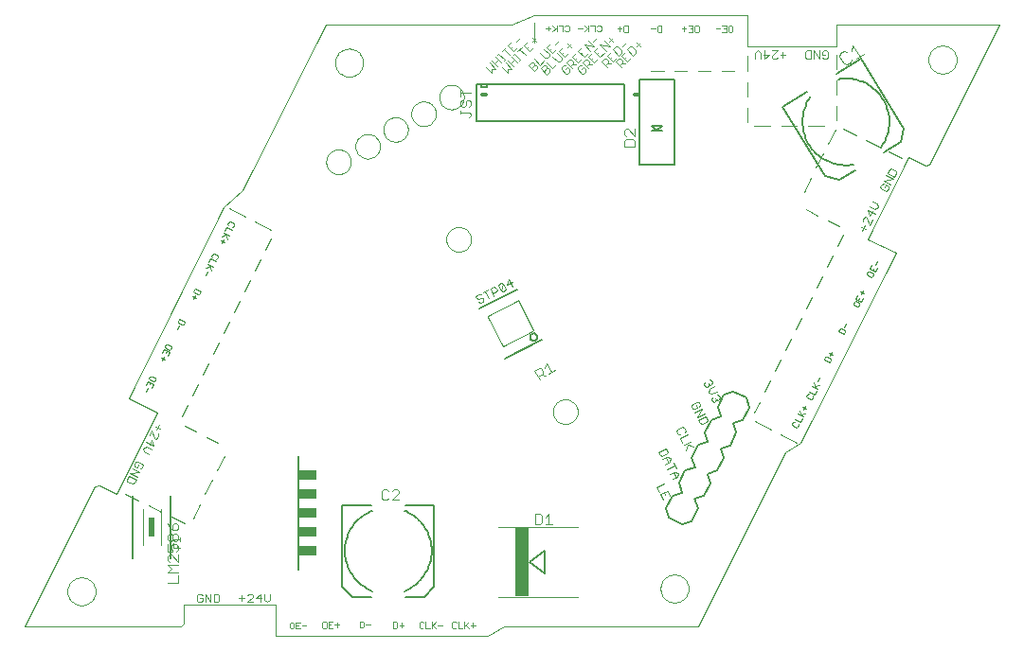
<source format=gto>
G75*
%MOIN*%
%OFA0B0*%
%FSLAX24Y24*%
%IPPOS*%
%LPD*%
%AMOC8*
5,1,8,0,0,1.08239X$1,22.5*
%
%ADD10C,0.0000*%
%ADD11C,0.0030*%
%ADD12C,0.0039*%
%ADD13C,0.0020*%
%ADD14C,0.0120*%
%ADD15C,0.0060*%
%ADD16C,0.0080*%
%ADD17C,0.0040*%
%ADD18R,0.0660X0.0380*%
%ADD19R,0.0492X0.2441*%
%ADD20C,0.0050*%
%ADD21C,0.0028*%
%ADD22R,0.0236X0.0709*%
%ADD23R,0.0236X0.0433*%
D10*
X001543Y001214D02*
X007057Y001214D01*
X007162Y001332D01*
X007163Y001992D01*
X010376Y001990D01*
X010370Y000897D01*
X017853Y000897D01*
X018407Y001214D01*
X025254Y001214D01*
X028315Y007336D01*
X028846Y007690D01*
X032212Y014373D01*
X031218Y014865D01*
X032655Y017739D01*
X033246Y017444D01*
X033393Y017483D01*
X035864Y022424D01*
X030103Y022423D01*
X030103Y022424D02*
X030103Y021647D01*
X026989Y021647D01*
X026989Y022739D01*
X019476Y022739D01*
X018689Y022424D01*
X012143Y022424D01*
X009220Y016568D01*
X008561Y015977D01*
X005204Y009265D01*
X006218Y008753D01*
X004781Y005889D01*
X004191Y006184D01*
X004004Y006145D01*
X001543Y001214D01*
X003060Y002453D02*
X003062Y002497D01*
X003068Y002541D01*
X003078Y002584D01*
X003091Y002626D01*
X003109Y002666D01*
X003130Y002705D01*
X003154Y002742D01*
X003181Y002777D01*
X003212Y002809D01*
X003245Y002838D01*
X003281Y002864D01*
X003319Y002886D01*
X003359Y002905D01*
X003400Y002921D01*
X003443Y002933D01*
X003486Y002941D01*
X003530Y002945D01*
X003574Y002945D01*
X003618Y002941D01*
X003661Y002933D01*
X003704Y002921D01*
X003745Y002905D01*
X003785Y002886D01*
X003823Y002864D01*
X003859Y002838D01*
X003892Y002809D01*
X003923Y002777D01*
X003950Y002742D01*
X003974Y002705D01*
X003995Y002666D01*
X004013Y002626D01*
X004026Y002584D01*
X004036Y002541D01*
X004042Y002497D01*
X004044Y002453D01*
X004042Y002409D01*
X004036Y002365D01*
X004026Y002322D01*
X004013Y002280D01*
X003995Y002240D01*
X003974Y002201D01*
X003950Y002164D01*
X003923Y002129D01*
X003892Y002097D01*
X003859Y002068D01*
X003823Y002042D01*
X003785Y002020D01*
X003745Y002001D01*
X003704Y001985D01*
X003661Y001973D01*
X003618Y001965D01*
X003574Y001961D01*
X003530Y001961D01*
X003486Y001965D01*
X003443Y001973D01*
X003400Y001985D01*
X003359Y002001D01*
X003319Y002020D01*
X003281Y002042D01*
X003245Y002068D01*
X003212Y002097D01*
X003181Y002129D01*
X003154Y002164D01*
X003130Y002201D01*
X003109Y002240D01*
X003091Y002280D01*
X003078Y002322D01*
X003068Y002365D01*
X003062Y002409D01*
X003060Y002453D01*
X016391Y014853D02*
X016393Y014894D01*
X016399Y014935D01*
X016409Y014975D01*
X016422Y015014D01*
X016439Y015051D01*
X016460Y015087D01*
X016484Y015121D01*
X016511Y015152D01*
X016540Y015180D01*
X016573Y015206D01*
X016607Y015228D01*
X016644Y015247D01*
X016682Y015262D01*
X016722Y015274D01*
X016762Y015282D01*
X016803Y015286D01*
X016845Y015286D01*
X016886Y015282D01*
X016926Y015274D01*
X016966Y015262D01*
X017004Y015247D01*
X017040Y015228D01*
X017075Y015206D01*
X017108Y015180D01*
X017137Y015152D01*
X017164Y015121D01*
X017188Y015087D01*
X017209Y015051D01*
X017226Y015014D01*
X017239Y014975D01*
X017249Y014935D01*
X017255Y014894D01*
X017257Y014853D01*
X017255Y014812D01*
X017249Y014771D01*
X017239Y014731D01*
X017226Y014692D01*
X017209Y014655D01*
X017188Y014619D01*
X017164Y014585D01*
X017137Y014554D01*
X017108Y014526D01*
X017075Y014500D01*
X017041Y014478D01*
X017004Y014459D01*
X016966Y014444D01*
X016926Y014432D01*
X016886Y014424D01*
X016845Y014420D01*
X016803Y014420D01*
X016762Y014424D01*
X016722Y014432D01*
X016682Y014444D01*
X016644Y014459D01*
X016608Y014478D01*
X016573Y014500D01*
X016540Y014526D01*
X016511Y014554D01*
X016484Y014585D01*
X016460Y014619D01*
X016439Y014655D01*
X016422Y014692D01*
X016409Y014731D01*
X016399Y014771D01*
X016393Y014812D01*
X016391Y014853D01*
X012163Y017582D02*
X012165Y017623D01*
X012171Y017664D01*
X012181Y017704D01*
X012194Y017743D01*
X012211Y017780D01*
X012232Y017816D01*
X012256Y017850D01*
X012283Y017881D01*
X012312Y017909D01*
X012345Y017935D01*
X012379Y017957D01*
X012416Y017976D01*
X012454Y017991D01*
X012494Y018003D01*
X012534Y018011D01*
X012575Y018015D01*
X012617Y018015D01*
X012658Y018011D01*
X012698Y018003D01*
X012738Y017991D01*
X012776Y017976D01*
X012812Y017957D01*
X012847Y017935D01*
X012880Y017909D01*
X012909Y017881D01*
X012936Y017850D01*
X012960Y017816D01*
X012981Y017780D01*
X012998Y017743D01*
X013011Y017704D01*
X013021Y017664D01*
X013027Y017623D01*
X013029Y017582D01*
X013027Y017541D01*
X013021Y017500D01*
X013011Y017460D01*
X012998Y017421D01*
X012981Y017384D01*
X012960Y017348D01*
X012936Y017314D01*
X012909Y017283D01*
X012880Y017255D01*
X012847Y017229D01*
X012813Y017207D01*
X012776Y017188D01*
X012738Y017173D01*
X012698Y017161D01*
X012658Y017153D01*
X012617Y017149D01*
X012575Y017149D01*
X012534Y017153D01*
X012494Y017161D01*
X012454Y017173D01*
X012416Y017188D01*
X012380Y017207D01*
X012345Y017229D01*
X012312Y017255D01*
X012283Y017283D01*
X012256Y017314D01*
X012232Y017348D01*
X012211Y017384D01*
X012194Y017421D01*
X012181Y017460D01*
X012171Y017500D01*
X012165Y017541D01*
X012163Y017582D01*
X013187Y018133D02*
X013189Y018174D01*
X013195Y018215D01*
X013205Y018255D01*
X013218Y018294D01*
X013235Y018331D01*
X013256Y018367D01*
X013280Y018401D01*
X013307Y018432D01*
X013336Y018460D01*
X013369Y018486D01*
X013403Y018508D01*
X013440Y018527D01*
X013478Y018542D01*
X013518Y018554D01*
X013558Y018562D01*
X013599Y018566D01*
X013641Y018566D01*
X013682Y018562D01*
X013722Y018554D01*
X013762Y018542D01*
X013800Y018527D01*
X013836Y018508D01*
X013871Y018486D01*
X013904Y018460D01*
X013933Y018432D01*
X013960Y018401D01*
X013984Y018367D01*
X014005Y018331D01*
X014022Y018294D01*
X014035Y018255D01*
X014045Y018215D01*
X014051Y018174D01*
X014053Y018133D01*
X014051Y018092D01*
X014045Y018051D01*
X014035Y018011D01*
X014022Y017972D01*
X014005Y017935D01*
X013984Y017899D01*
X013960Y017865D01*
X013933Y017834D01*
X013904Y017806D01*
X013871Y017780D01*
X013837Y017758D01*
X013800Y017739D01*
X013762Y017724D01*
X013722Y017712D01*
X013682Y017704D01*
X013641Y017700D01*
X013599Y017700D01*
X013558Y017704D01*
X013518Y017712D01*
X013478Y017724D01*
X013440Y017739D01*
X013404Y017758D01*
X013369Y017780D01*
X013336Y017806D01*
X013307Y017834D01*
X013280Y017865D01*
X013256Y017899D01*
X013235Y017935D01*
X013218Y017972D01*
X013205Y018011D01*
X013195Y018051D01*
X013189Y018092D01*
X013187Y018133D01*
X014171Y018723D02*
X014173Y018764D01*
X014179Y018805D01*
X014189Y018845D01*
X014202Y018884D01*
X014219Y018921D01*
X014240Y018957D01*
X014264Y018991D01*
X014291Y019022D01*
X014320Y019050D01*
X014353Y019076D01*
X014387Y019098D01*
X014424Y019117D01*
X014462Y019132D01*
X014502Y019144D01*
X014542Y019152D01*
X014583Y019156D01*
X014625Y019156D01*
X014666Y019152D01*
X014706Y019144D01*
X014746Y019132D01*
X014784Y019117D01*
X014820Y019098D01*
X014855Y019076D01*
X014888Y019050D01*
X014917Y019022D01*
X014944Y018991D01*
X014968Y018957D01*
X014989Y018921D01*
X015006Y018884D01*
X015019Y018845D01*
X015029Y018805D01*
X015035Y018764D01*
X015037Y018723D01*
X015035Y018682D01*
X015029Y018641D01*
X015019Y018601D01*
X015006Y018562D01*
X014989Y018525D01*
X014968Y018489D01*
X014944Y018455D01*
X014917Y018424D01*
X014888Y018396D01*
X014855Y018370D01*
X014821Y018348D01*
X014784Y018329D01*
X014746Y018314D01*
X014706Y018302D01*
X014666Y018294D01*
X014625Y018290D01*
X014583Y018290D01*
X014542Y018294D01*
X014502Y018302D01*
X014462Y018314D01*
X014424Y018329D01*
X014388Y018348D01*
X014353Y018370D01*
X014320Y018396D01*
X014291Y018424D01*
X014264Y018455D01*
X014240Y018489D01*
X014219Y018525D01*
X014202Y018562D01*
X014189Y018601D01*
X014179Y018641D01*
X014173Y018682D01*
X014171Y018723D01*
X015155Y019275D02*
X015157Y019316D01*
X015163Y019357D01*
X015173Y019397D01*
X015186Y019436D01*
X015203Y019473D01*
X015224Y019509D01*
X015248Y019543D01*
X015275Y019574D01*
X015304Y019602D01*
X015337Y019628D01*
X015371Y019650D01*
X015408Y019669D01*
X015446Y019684D01*
X015486Y019696D01*
X015526Y019704D01*
X015567Y019708D01*
X015609Y019708D01*
X015650Y019704D01*
X015690Y019696D01*
X015730Y019684D01*
X015768Y019669D01*
X015804Y019650D01*
X015839Y019628D01*
X015872Y019602D01*
X015901Y019574D01*
X015928Y019543D01*
X015952Y019509D01*
X015973Y019473D01*
X015990Y019436D01*
X016003Y019397D01*
X016013Y019357D01*
X016019Y019316D01*
X016021Y019275D01*
X016019Y019234D01*
X016013Y019193D01*
X016003Y019153D01*
X015990Y019114D01*
X015973Y019077D01*
X015952Y019041D01*
X015928Y019007D01*
X015901Y018976D01*
X015872Y018948D01*
X015839Y018922D01*
X015805Y018900D01*
X015768Y018881D01*
X015730Y018866D01*
X015690Y018854D01*
X015650Y018846D01*
X015609Y018842D01*
X015567Y018842D01*
X015526Y018846D01*
X015486Y018854D01*
X015446Y018866D01*
X015408Y018881D01*
X015372Y018900D01*
X015337Y018922D01*
X015304Y018948D01*
X015275Y018976D01*
X015248Y019007D01*
X015224Y019041D01*
X015203Y019077D01*
X015186Y019114D01*
X015173Y019153D01*
X015163Y019193D01*
X015157Y019234D01*
X015155Y019275D01*
X016140Y019865D02*
X016142Y019906D01*
X016148Y019947D01*
X016158Y019987D01*
X016171Y020026D01*
X016188Y020063D01*
X016209Y020099D01*
X016233Y020133D01*
X016260Y020164D01*
X016289Y020192D01*
X016322Y020218D01*
X016356Y020240D01*
X016393Y020259D01*
X016431Y020274D01*
X016471Y020286D01*
X016511Y020294D01*
X016552Y020298D01*
X016594Y020298D01*
X016635Y020294D01*
X016675Y020286D01*
X016715Y020274D01*
X016753Y020259D01*
X016789Y020240D01*
X016824Y020218D01*
X016857Y020192D01*
X016886Y020164D01*
X016913Y020133D01*
X016937Y020099D01*
X016958Y020063D01*
X016975Y020026D01*
X016988Y019987D01*
X016998Y019947D01*
X017004Y019906D01*
X017006Y019865D01*
X017004Y019824D01*
X016998Y019783D01*
X016988Y019743D01*
X016975Y019704D01*
X016958Y019667D01*
X016937Y019631D01*
X016913Y019597D01*
X016886Y019566D01*
X016857Y019538D01*
X016824Y019512D01*
X016790Y019490D01*
X016753Y019471D01*
X016715Y019456D01*
X016675Y019444D01*
X016635Y019436D01*
X016594Y019432D01*
X016552Y019432D01*
X016511Y019436D01*
X016471Y019444D01*
X016431Y019456D01*
X016393Y019471D01*
X016357Y019490D01*
X016322Y019512D01*
X016289Y019538D01*
X016260Y019566D01*
X016233Y019597D01*
X016209Y019631D01*
X016188Y019667D01*
X016171Y019704D01*
X016158Y019743D01*
X016148Y019783D01*
X016142Y019824D01*
X016140Y019865D01*
X012478Y021079D02*
X012480Y021123D01*
X012486Y021167D01*
X012496Y021210D01*
X012509Y021252D01*
X012527Y021292D01*
X012548Y021331D01*
X012572Y021368D01*
X012599Y021403D01*
X012630Y021435D01*
X012663Y021464D01*
X012699Y021490D01*
X012737Y021512D01*
X012777Y021531D01*
X012818Y021547D01*
X012861Y021559D01*
X012904Y021567D01*
X012948Y021571D01*
X012992Y021571D01*
X013036Y021567D01*
X013079Y021559D01*
X013122Y021547D01*
X013163Y021531D01*
X013203Y021512D01*
X013241Y021490D01*
X013277Y021464D01*
X013310Y021435D01*
X013341Y021403D01*
X013368Y021368D01*
X013392Y021331D01*
X013413Y021292D01*
X013431Y021252D01*
X013444Y021210D01*
X013454Y021167D01*
X013460Y021123D01*
X013462Y021079D01*
X013460Y021035D01*
X013454Y020991D01*
X013444Y020948D01*
X013431Y020906D01*
X013413Y020866D01*
X013392Y020827D01*
X013368Y020790D01*
X013341Y020755D01*
X013310Y020723D01*
X013277Y020694D01*
X013241Y020668D01*
X013203Y020646D01*
X013163Y020627D01*
X013122Y020611D01*
X013079Y020599D01*
X013036Y020591D01*
X012992Y020587D01*
X012948Y020587D01*
X012904Y020591D01*
X012861Y020599D01*
X012818Y020611D01*
X012777Y020627D01*
X012737Y020646D01*
X012699Y020668D01*
X012663Y020694D01*
X012630Y020723D01*
X012599Y020755D01*
X012572Y020790D01*
X012548Y020827D01*
X012527Y020866D01*
X012509Y020906D01*
X012496Y020948D01*
X012486Y020991D01*
X012480Y021035D01*
X012478Y021079D01*
X020144Y008781D02*
X020146Y008822D01*
X020152Y008863D01*
X020162Y008903D01*
X020175Y008942D01*
X020192Y008979D01*
X020213Y009015D01*
X020237Y009049D01*
X020264Y009080D01*
X020293Y009108D01*
X020326Y009134D01*
X020360Y009156D01*
X020397Y009175D01*
X020435Y009190D01*
X020475Y009202D01*
X020515Y009210D01*
X020556Y009214D01*
X020598Y009214D01*
X020639Y009210D01*
X020679Y009202D01*
X020719Y009190D01*
X020757Y009175D01*
X020793Y009156D01*
X020828Y009134D01*
X020861Y009108D01*
X020890Y009080D01*
X020917Y009049D01*
X020941Y009015D01*
X020962Y008979D01*
X020979Y008942D01*
X020992Y008903D01*
X021002Y008863D01*
X021008Y008822D01*
X021010Y008781D01*
X021008Y008740D01*
X021002Y008699D01*
X020992Y008659D01*
X020979Y008620D01*
X020962Y008583D01*
X020941Y008547D01*
X020917Y008513D01*
X020890Y008482D01*
X020861Y008454D01*
X020828Y008428D01*
X020794Y008406D01*
X020757Y008387D01*
X020719Y008372D01*
X020679Y008360D01*
X020639Y008352D01*
X020598Y008348D01*
X020556Y008348D01*
X020515Y008352D01*
X020475Y008360D01*
X020435Y008372D01*
X020397Y008387D01*
X020361Y008406D01*
X020326Y008428D01*
X020293Y008454D01*
X020264Y008482D01*
X020237Y008513D01*
X020213Y008547D01*
X020192Y008583D01*
X020175Y008620D01*
X020162Y008659D01*
X020152Y008699D01*
X020146Y008740D01*
X020144Y008781D01*
X023929Y002550D02*
X023931Y002594D01*
X023937Y002638D01*
X023947Y002681D01*
X023960Y002723D01*
X023978Y002763D01*
X023999Y002802D01*
X024023Y002839D01*
X024050Y002874D01*
X024081Y002906D01*
X024114Y002935D01*
X024150Y002961D01*
X024188Y002983D01*
X024228Y003002D01*
X024269Y003018D01*
X024312Y003030D01*
X024355Y003038D01*
X024399Y003042D01*
X024443Y003042D01*
X024487Y003038D01*
X024530Y003030D01*
X024573Y003018D01*
X024614Y003002D01*
X024654Y002983D01*
X024692Y002961D01*
X024728Y002935D01*
X024761Y002906D01*
X024792Y002874D01*
X024819Y002839D01*
X024843Y002802D01*
X024864Y002763D01*
X024882Y002723D01*
X024895Y002681D01*
X024905Y002638D01*
X024911Y002594D01*
X024913Y002550D01*
X024911Y002506D01*
X024905Y002462D01*
X024895Y002419D01*
X024882Y002377D01*
X024864Y002337D01*
X024843Y002298D01*
X024819Y002261D01*
X024792Y002226D01*
X024761Y002194D01*
X024728Y002165D01*
X024692Y002139D01*
X024654Y002117D01*
X024614Y002098D01*
X024573Y002082D01*
X024530Y002070D01*
X024487Y002062D01*
X024443Y002058D01*
X024399Y002058D01*
X024355Y002062D01*
X024312Y002070D01*
X024269Y002082D01*
X024228Y002098D01*
X024188Y002117D01*
X024150Y002139D01*
X024114Y002165D01*
X024081Y002194D01*
X024050Y002226D01*
X024023Y002261D01*
X023999Y002298D01*
X023978Y002337D01*
X023960Y002377D01*
X023947Y002419D01*
X023937Y002462D01*
X023931Y002506D01*
X023929Y002550D01*
X033359Y021185D02*
X033361Y021229D01*
X033367Y021273D01*
X033377Y021316D01*
X033390Y021358D01*
X033408Y021398D01*
X033429Y021437D01*
X033453Y021474D01*
X033480Y021509D01*
X033511Y021541D01*
X033544Y021570D01*
X033580Y021596D01*
X033618Y021618D01*
X033658Y021637D01*
X033699Y021653D01*
X033742Y021665D01*
X033785Y021673D01*
X033829Y021677D01*
X033873Y021677D01*
X033917Y021673D01*
X033960Y021665D01*
X034003Y021653D01*
X034044Y021637D01*
X034084Y021618D01*
X034122Y021596D01*
X034158Y021570D01*
X034191Y021541D01*
X034222Y021509D01*
X034249Y021474D01*
X034273Y021437D01*
X034294Y021398D01*
X034312Y021358D01*
X034325Y021316D01*
X034335Y021273D01*
X034341Y021229D01*
X034343Y021185D01*
X034341Y021141D01*
X034335Y021097D01*
X034325Y021054D01*
X034312Y021012D01*
X034294Y020972D01*
X034273Y020933D01*
X034249Y020896D01*
X034222Y020861D01*
X034191Y020829D01*
X034158Y020800D01*
X034122Y020774D01*
X034084Y020752D01*
X034044Y020733D01*
X034003Y020717D01*
X033960Y020705D01*
X033917Y020697D01*
X033873Y020693D01*
X033829Y020693D01*
X033785Y020697D01*
X033742Y020705D01*
X033699Y020717D01*
X033658Y020733D01*
X033618Y020752D01*
X033580Y020774D01*
X033544Y020800D01*
X033511Y020829D01*
X033480Y020861D01*
X033453Y020896D01*
X033429Y020933D01*
X033408Y020972D01*
X033390Y021012D01*
X033377Y021054D01*
X033367Y021097D01*
X033361Y021141D01*
X033359Y021185D01*
D11*
X029814Y021259D02*
X029814Y021453D01*
X029766Y021501D01*
X029669Y021501D01*
X029620Y021453D01*
X029620Y021356D01*
X029717Y021356D01*
X029620Y021259D02*
X029669Y021211D01*
X029766Y021211D01*
X029814Y021259D01*
X029519Y021211D02*
X029326Y021501D01*
X029326Y021211D01*
X029225Y021211D02*
X029225Y021501D01*
X029080Y021501D01*
X029031Y021453D01*
X029031Y021259D01*
X029080Y021211D01*
X029225Y021211D01*
X029519Y021211D02*
X029519Y021501D01*
X028331Y021356D02*
X028137Y021356D01*
X028234Y021259D02*
X028234Y021453D01*
X028036Y021501D02*
X027843Y021308D01*
X027843Y021259D01*
X027891Y021211D01*
X027988Y021211D01*
X028036Y021259D01*
X028036Y021501D02*
X027843Y021501D01*
X027741Y021356D02*
X027548Y021356D01*
X027447Y021404D02*
X027350Y021501D01*
X027253Y021404D01*
X027253Y021211D01*
X027447Y021211D02*
X027447Y021404D01*
X027596Y021501D02*
X027596Y021211D01*
X027741Y021356D01*
X023207Y021643D02*
X023070Y021779D01*
X023070Y021643D02*
X023207Y021779D01*
X023067Y021503D02*
X022930Y021639D01*
X022862Y021639D01*
X022759Y021537D01*
X022965Y021332D01*
X023067Y021434D01*
X023067Y021503D01*
X022893Y021260D02*
X022756Y021123D01*
X022551Y021328D01*
X022688Y021465D01*
X022567Y021434D02*
X022465Y021332D01*
X022259Y021537D01*
X022362Y021639D01*
X022430Y021639D01*
X022567Y021503D01*
X022567Y021434D01*
X022570Y021643D02*
X022707Y021779D01*
X022249Y021809D02*
X022112Y021946D01*
X022112Y021809D02*
X022249Y021946D01*
X022143Y021635D02*
X021938Y021840D01*
X021801Y021704D02*
X022143Y021635D01*
X022188Y021465D02*
X022051Y021328D01*
X022256Y021123D01*
X022393Y021260D01*
X022445Y021223D02*
X022514Y021223D01*
X022582Y021154D01*
X022582Y021086D01*
X022479Y020983D01*
X022548Y020915D02*
X022343Y021120D01*
X022445Y021223D01*
X022548Y021052D02*
X022685Y021052D01*
X022654Y021226D02*
X022722Y021294D01*
X022222Y021294D02*
X022154Y021226D01*
X022082Y021154D02*
X022082Y021086D01*
X021979Y020983D01*
X022048Y020915D02*
X021843Y021120D01*
X021945Y021223D01*
X022014Y021223D01*
X022082Y021154D01*
X022048Y021052D02*
X022185Y021052D01*
X021935Y021427D02*
X021798Y021290D01*
X021593Y021495D01*
X021729Y021632D01*
X021801Y021704D02*
X022006Y021498D01*
X021764Y021461D02*
X021695Y021393D01*
X021521Y021424D02*
X021384Y021287D01*
X021590Y021082D01*
X021726Y021218D01*
X021555Y021253D02*
X021487Y021184D01*
X021415Y021113D02*
X021415Y021044D01*
X021313Y020942D01*
X021381Y021010D02*
X021518Y021010D01*
X021415Y021113D02*
X021347Y021181D01*
X021279Y021181D01*
X021176Y021078D01*
X021381Y020873D01*
X021275Y020836D02*
X021207Y020904D01*
X021139Y020836D01*
X021275Y020836D02*
X021275Y020767D01*
X021207Y020699D01*
X021139Y020699D01*
X021002Y020836D01*
X021002Y020904D01*
X021070Y020973D01*
X021139Y020973D01*
X021027Y021082D02*
X020822Y021287D01*
X020959Y021424D01*
X021030Y021495D02*
X021235Y021290D01*
X021372Y021427D01*
X021444Y021498D02*
X021239Y021704D01*
X021581Y021635D01*
X021375Y021840D01*
X021549Y021809D02*
X021686Y021946D01*
X021167Y021632D02*
X021030Y021495D01*
X021133Y021393D02*
X021201Y021461D01*
X021164Y021218D02*
X021027Y021082D01*
X020956Y021010D02*
X020819Y021010D01*
X020853Y021044D02*
X020750Y020942D01*
X020819Y020873D02*
X020613Y021078D01*
X020716Y021181D01*
X020784Y021181D01*
X020853Y021113D01*
X020853Y021044D01*
X020924Y021184D02*
X020993Y021253D01*
X020685Y021427D02*
X020548Y021290D01*
X020343Y021495D01*
X020479Y021632D01*
X020514Y021461D02*
X020445Y021393D01*
X020442Y021253D02*
X020271Y021424D01*
X020247Y021552D02*
X020110Y021415D01*
X019905Y021620D01*
X020042Y021757D01*
X020076Y021586D02*
X020008Y021518D01*
X020005Y021378D02*
X019834Y021549D01*
X019697Y021412D02*
X019868Y021241D01*
X019936Y021241D01*
X020005Y021309D01*
X020005Y021378D01*
X020134Y021287D02*
X020305Y021116D01*
X020374Y021116D01*
X020442Y021184D01*
X020442Y021253D01*
X020508Y020973D02*
X020439Y020904D01*
X020439Y020836D01*
X020576Y020699D01*
X020645Y020699D01*
X020713Y020767D01*
X020713Y020836D01*
X020645Y020904D01*
X020576Y020836D01*
X020576Y020973D02*
X020508Y020973D01*
X020268Y021010D02*
X020131Y020873D01*
X019926Y021078D01*
X019831Y021135D02*
X019694Y020998D01*
X019488Y021203D01*
X019451Y021098D02*
X019485Y021064D01*
X019485Y020995D01*
X019383Y020892D01*
X019485Y020790D02*
X019588Y020892D01*
X019588Y020961D01*
X019554Y020995D01*
X019485Y020995D01*
X019451Y021098D02*
X019383Y021098D01*
X019280Y020995D01*
X019485Y020790D01*
X019718Y020870D02*
X019923Y020665D01*
X020025Y020767D01*
X020025Y020836D01*
X019991Y020870D01*
X019923Y020870D01*
X019820Y020767D01*
X019718Y020870D02*
X019820Y020973D01*
X019889Y020973D01*
X019923Y020939D01*
X019923Y020870D01*
X019312Y021491D02*
X019107Y021697D01*
X019243Y021833D01*
X019278Y021662D02*
X019209Y021594D01*
X019312Y021491D02*
X019449Y021628D01*
X019418Y021802D02*
X019554Y021939D01*
X019418Y021939D02*
X019554Y021802D01*
X019035Y021625D02*
X018898Y021488D01*
X018967Y021557D02*
X019172Y021351D01*
X019033Y021212D02*
X018965Y021144D01*
X018999Y021178D02*
X018794Y021384D01*
X018828Y021418D02*
X018759Y021349D01*
X018688Y021278D02*
X018893Y021073D01*
X018790Y021175D02*
X018654Y021038D01*
X018756Y020936D02*
X018551Y021141D01*
X018479Y021069D02*
X018685Y020864D01*
X018548Y020864D01*
X018548Y020727D01*
X018343Y020933D01*
X018331Y021073D02*
X018125Y021278D01*
X018197Y021349D02*
X018265Y021418D01*
X018231Y021384D02*
X018436Y021178D01*
X018402Y021144D02*
X018470Y021212D01*
X018609Y021351D02*
X018404Y021557D01*
X018336Y021488D02*
X018473Y021625D01*
X018544Y021697D02*
X018749Y021491D01*
X018886Y021628D01*
X018715Y021662D02*
X018647Y021594D01*
X018544Y021697D02*
X018681Y021833D01*
X018855Y021802D02*
X018992Y021939D01*
X018228Y021175D02*
X018091Y021038D01*
X018194Y020936D02*
X017988Y021141D01*
X017917Y021069D02*
X018122Y020864D01*
X017985Y020864D01*
X017985Y020727D01*
X017780Y020933D01*
X017256Y020009D02*
X016886Y020009D01*
X016886Y020132D02*
X016886Y019885D01*
X016947Y019764D02*
X016886Y019702D01*
X016886Y019579D01*
X016947Y019517D01*
X017009Y019517D01*
X017071Y019579D01*
X017071Y019702D01*
X017132Y019764D01*
X017194Y019764D01*
X017256Y019702D01*
X017256Y019579D01*
X017194Y019517D01*
X017194Y019334D02*
X016886Y019334D01*
X016886Y019272D02*
X016886Y019396D01*
X017194Y019334D02*
X017256Y019272D01*
X017256Y019210D01*
X017194Y019149D01*
X020654Y021601D02*
X020790Y021738D01*
X020654Y021738D02*
X020790Y021601D01*
X020353Y021863D02*
X020216Y021726D01*
X022716Y018743D02*
X022655Y018682D01*
X022655Y018558D01*
X022716Y018497D01*
X022716Y018375D02*
X022655Y018313D01*
X022655Y018128D01*
X023025Y018128D01*
X023025Y018313D01*
X022963Y018375D01*
X022716Y018375D01*
X023025Y018497D02*
X022778Y018743D01*
X022716Y018743D01*
X023025Y018743D02*
X023025Y018497D01*
X018594Y013451D02*
X018529Y013256D01*
X018702Y013343D01*
X018724Y013192D02*
X018594Y013451D01*
X018395Y013298D02*
X018309Y013038D01*
X018374Y013016D01*
X018460Y013060D01*
X018482Y013125D01*
X018395Y013298D01*
X018330Y013319D01*
X018244Y013276D01*
X018222Y013211D01*
X018309Y013038D01*
X018175Y013079D02*
X018153Y013014D01*
X018024Y012949D01*
X018067Y012863D02*
X017937Y013122D01*
X018067Y013187D01*
X018132Y013166D01*
X018175Y013079D01*
X017846Y013077D02*
X017673Y012990D01*
X017760Y013034D02*
X017890Y012774D01*
X017691Y012729D02*
X017670Y012664D01*
X017583Y012620D01*
X017518Y012642D01*
X017518Y012750D02*
X017605Y012794D01*
X017670Y012772D01*
X017691Y012729D01*
X017518Y012750D02*
X017453Y012772D01*
X017432Y012815D01*
X017453Y012880D01*
X017540Y012923D01*
X017605Y012902D01*
X019904Y010488D02*
X020098Y010172D01*
X019993Y010108D02*
X020203Y010237D01*
X019864Y010318D02*
X019904Y010488D01*
X019728Y010308D02*
X019792Y010202D01*
X019772Y010117D01*
X019614Y010021D01*
X019719Y010085D02*
X019889Y010044D01*
X019678Y009915D02*
X019485Y010231D01*
X019643Y010328D01*
X019728Y010308D01*
X023863Y007367D02*
X023928Y007237D01*
X023992Y007215D01*
X024166Y007301D01*
X024188Y007366D01*
X024123Y007496D01*
X023863Y007367D01*
X023994Y007103D02*
X024167Y007189D01*
X024297Y007145D01*
X024253Y007016D01*
X024080Y006929D01*
X024210Y006994D02*
X024124Y007167D01*
X024385Y006968D02*
X024471Y006795D01*
X024428Y006881D02*
X024168Y006752D01*
X024256Y006575D02*
X024429Y006661D01*
X024559Y006617D01*
X024515Y006488D01*
X024342Y006402D01*
X024472Y006466D02*
X024386Y006639D01*
X024045Y006263D02*
X023785Y006134D01*
X023872Y005961D01*
X023917Y005871D02*
X024003Y005697D01*
X024090Y005848D02*
X024046Y005935D01*
X023917Y005871D02*
X024176Y006000D01*
X024263Y005826D01*
X024826Y007428D02*
X024891Y007622D01*
X024826Y007644D02*
X025086Y007557D01*
X025000Y007730D02*
X024740Y007601D01*
X024695Y007692D02*
X024609Y007865D01*
X024869Y007994D01*
X024780Y008063D02*
X024802Y008128D01*
X024759Y008215D01*
X024694Y008236D01*
X024521Y008150D01*
X024499Y008086D01*
X024542Y007999D01*
X024607Y007977D01*
X025325Y008369D02*
X025260Y008499D01*
X025520Y008628D01*
X025585Y008498D01*
X025563Y008433D01*
X025390Y008347D01*
X025325Y008369D01*
X025215Y008590D02*
X025475Y008719D01*
X025389Y008892D02*
X025215Y008590D01*
X025129Y008763D02*
X025389Y008892D01*
X025301Y008961D02*
X025323Y009026D01*
X025280Y009113D01*
X025215Y009134D01*
X025042Y009048D01*
X025020Y008983D01*
X025063Y008897D01*
X025128Y008875D01*
X025214Y008918D01*
X025171Y009005D01*
X025714Y009234D02*
X025735Y009299D01*
X025714Y009234D02*
X025757Y009148D01*
X025821Y009126D01*
X025865Y009147D01*
X025887Y009212D01*
X025865Y009256D01*
X025887Y009212D02*
X025951Y009190D01*
X025995Y009212D01*
X026017Y009277D01*
X025974Y009363D01*
X025909Y009385D01*
X025907Y009497D02*
X025734Y009411D01*
X025604Y009455D01*
X025648Y009585D01*
X025821Y009671D01*
X025733Y009740D02*
X025755Y009805D01*
X025712Y009891D01*
X025647Y009913D01*
X025603Y009783D02*
X025625Y009740D01*
X025603Y009675D01*
X025559Y009654D01*
X025495Y009675D01*
X025452Y009762D01*
X025473Y009827D01*
X025625Y009740D02*
X025689Y009718D01*
X025733Y009740D01*
X019994Y005185D02*
X019994Y004815D01*
X019871Y004815D02*
X020118Y004815D01*
X019871Y005062D02*
X019994Y005185D01*
X019749Y005124D02*
X019688Y005185D01*
X019503Y005185D01*
X019503Y004815D01*
X019688Y004815D01*
X019749Y004877D01*
X019749Y005124D01*
X014728Y005672D02*
X014481Y005672D01*
X014728Y005919D01*
X014728Y005980D01*
X014666Y006042D01*
X014542Y006042D01*
X014481Y005980D01*
X014359Y005980D02*
X014298Y006042D01*
X014174Y006042D01*
X014112Y005980D01*
X014112Y005734D01*
X014174Y005672D01*
X014298Y005672D01*
X014359Y005734D01*
X010179Y002360D02*
X010179Y002167D01*
X010082Y002070D01*
X009985Y002167D01*
X009985Y002360D01*
X009836Y002360D02*
X009690Y002215D01*
X009884Y002215D01*
X009836Y002070D02*
X009836Y002360D01*
X009589Y002312D02*
X009541Y002360D01*
X009444Y002360D01*
X009396Y002312D01*
X009295Y002215D02*
X009101Y002215D01*
X009198Y002312D02*
X009198Y002118D01*
X009396Y002070D02*
X009589Y002263D01*
X009589Y002312D01*
X009589Y002070D02*
X009396Y002070D01*
X008395Y002120D02*
X008395Y002313D01*
X008347Y002362D01*
X008202Y002362D01*
X008202Y002071D01*
X008347Y002071D01*
X008395Y002120D01*
X008100Y002071D02*
X008100Y002362D01*
X007907Y002362D02*
X008100Y002071D01*
X007907Y002071D02*
X007907Y002362D01*
X007806Y002313D02*
X007757Y002362D01*
X007661Y002362D01*
X007612Y002313D01*
X007612Y002120D01*
X007661Y002071D01*
X007757Y002071D01*
X007806Y002120D01*
X007806Y002217D01*
X007709Y002217D01*
X006952Y002761D02*
X006952Y003008D01*
X006952Y003129D02*
X006582Y003129D01*
X006705Y003253D01*
X006582Y003376D01*
X006952Y003376D01*
X006952Y003498D02*
X006705Y003744D01*
X006643Y003744D01*
X006582Y003683D01*
X006582Y003559D01*
X006643Y003498D01*
X006952Y003498D02*
X006952Y003744D01*
X006890Y003866D02*
X006952Y003928D01*
X006952Y004051D01*
X006890Y004113D01*
X006767Y004113D01*
X006705Y004051D01*
X006705Y003989D01*
X006767Y003866D01*
X006582Y003866D01*
X006582Y004113D01*
X006643Y004234D02*
X006705Y004234D01*
X006767Y004296D01*
X006767Y004419D01*
X006829Y004481D01*
X006890Y004481D01*
X006952Y004419D01*
X006952Y004296D01*
X006890Y004234D01*
X006829Y004234D01*
X006767Y004296D01*
X006767Y004419D02*
X006705Y004481D01*
X006643Y004481D01*
X006582Y004419D01*
X006582Y004296D01*
X006643Y004234D01*
X006767Y004602D02*
X006767Y004788D01*
X006829Y004849D01*
X006890Y004849D01*
X006952Y004788D01*
X006952Y004664D01*
X006890Y004602D01*
X006767Y004602D01*
X006643Y004726D01*
X006582Y004849D01*
X005404Y006268D02*
X005469Y006398D01*
X005210Y006528D01*
X005145Y006398D01*
X005167Y006333D01*
X005340Y006247D01*
X005404Y006268D01*
X005515Y006488D02*
X005255Y006618D01*
X005601Y006661D01*
X005342Y006791D01*
X005430Y006860D02*
X005517Y006817D01*
X005560Y006903D01*
X005430Y006860D02*
X005409Y006925D01*
X005452Y007012D01*
X005517Y007033D01*
X005690Y006946D01*
X005712Y006882D01*
X005668Y006795D01*
X005603Y006773D01*
X005934Y007281D02*
X005761Y007368D01*
X005718Y007498D01*
X005848Y007541D01*
X006021Y007454D01*
X006088Y007588D02*
X006023Y007783D01*
X005937Y007610D01*
X005829Y007718D02*
X006088Y007588D01*
X006155Y007830D02*
X006220Y007851D01*
X006263Y007938D01*
X006242Y008003D01*
X006201Y008137D02*
X006287Y008310D01*
X006330Y008180D02*
X006157Y008266D01*
X006025Y008111D02*
X006112Y007851D01*
X006155Y007830D01*
X005939Y007938D02*
X006025Y008111D01*
X006582Y002761D02*
X006952Y002761D01*
X031022Y015164D02*
X031108Y015337D01*
X030979Y015294D02*
X031152Y015207D01*
X031283Y015362D02*
X031197Y015622D01*
X031154Y015644D01*
X031089Y015622D01*
X031046Y015536D01*
X031067Y015471D01*
X031283Y015362D02*
X031370Y015535D01*
X031286Y015691D02*
X031372Y015864D01*
X031461Y015933D02*
X031288Y016019D01*
X031221Y015885D02*
X031286Y015691D01*
X031480Y015756D02*
X031221Y015885D01*
X031461Y015933D02*
X031591Y015976D01*
X031547Y016106D01*
X031374Y016192D01*
X031685Y016645D02*
X031858Y016558D01*
X031923Y016580D01*
X031966Y016666D01*
X031945Y016731D01*
X031858Y016774D01*
X031815Y016688D01*
X031772Y016818D02*
X031707Y016796D01*
X031664Y016710D01*
X031685Y016645D01*
X031774Y016930D02*
X032120Y016973D01*
X031861Y017103D01*
X031906Y017193D02*
X031971Y017323D01*
X032036Y017345D01*
X032209Y017258D01*
X032230Y017193D01*
X032165Y017063D01*
X031906Y017193D01*
X031774Y016930D02*
X032033Y016800D01*
D12*
X032424Y017721D02*
X031966Y017950D01*
X031614Y018126D02*
X031157Y018356D01*
X030805Y018532D02*
X030347Y018761D01*
X030072Y018731D02*
X029823Y018233D01*
X029647Y017881D02*
X029399Y017382D01*
X029223Y017030D02*
X028975Y016532D01*
X029063Y015903D02*
X029468Y015700D01*
X029820Y015524D02*
X030225Y015321D01*
X030342Y015008D02*
X030151Y014625D01*
X029975Y014273D02*
X029783Y013891D01*
X029607Y013539D02*
X029416Y013157D01*
X029240Y012805D02*
X029049Y012423D01*
X028872Y012071D02*
X028681Y011689D01*
X028505Y011337D02*
X028314Y010954D01*
X028137Y010602D02*
X027946Y010220D01*
X027770Y009868D02*
X027579Y009486D01*
X027402Y009134D02*
X027211Y008752D01*
X027248Y008437D02*
X027810Y008154D01*
X028161Y007976D02*
X028724Y007693D01*
X019431Y011630D02*
X018379Y011094D01*
X018375Y011081D02*
X017839Y012133D01*
X017848Y012155D02*
X018901Y012692D01*
X018904Y012705D02*
X019440Y011652D01*
X010217Y014883D02*
X010026Y014500D01*
X009850Y014148D02*
X009658Y013766D01*
X009482Y013414D02*
X009291Y013032D01*
X009115Y012680D02*
X008924Y012298D01*
X008747Y011946D02*
X008556Y011564D01*
X008380Y011212D02*
X008189Y010829D01*
X008012Y010477D02*
X007821Y010095D01*
X007645Y009743D02*
X007454Y009361D01*
X007277Y009009D02*
X007086Y008627D01*
X007188Y008278D02*
X007593Y008075D01*
X007945Y007899D02*
X008350Y007696D01*
X008572Y007231D02*
X008323Y006733D01*
X008147Y006381D02*
X007899Y005882D01*
X007723Y005530D02*
X007475Y005032D01*
X007174Y004846D02*
X006716Y005075D01*
X006364Y005251D02*
X005907Y005481D01*
X005555Y005657D02*
X005097Y005886D01*
X009661Y015476D02*
X010224Y015193D01*
X009310Y015654D02*
X008748Y015937D01*
X019485Y021782D02*
X019488Y022497D01*
X023598Y020787D02*
X024036Y020788D01*
X024429Y020788D02*
X024867Y020788D01*
X025261Y020788D02*
X025699Y020788D01*
X026093Y020789D02*
X026531Y020789D01*
X026971Y020792D02*
X026971Y021305D01*
X026971Y021699D02*
X026971Y022213D01*
X026971Y020398D02*
X026971Y019884D01*
X026971Y019490D02*
X026971Y018976D01*
X027225Y018846D02*
X027782Y018847D01*
X028176Y018848D02*
X028732Y018849D01*
X029126Y018850D02*
X029683Y018850D01*
X030126Y019036D02*
X030126Y019548D01*
X030126Y019942D02*
X030126Y020454D01*
X030126Y020847D02*
X030126Y021359D01*
D13*
X026461Y022198D02*
X026461Y022345D01*
X026424Y022381D01*
X026351Y022381D01*
X026314Y022345D01*
X026314Y022198D01*
X026351Y022161D01*
X026424Y022161D01*
X026461Y022198D01*
X026240Y022161D02*
X026240Y022381D01*
X026093Y022381D01*
X026166Y022271D02*
X026240Y022271D01*
X026240Y022161D02*
X026093Y022161D01*
X026019Y022271D02*
X025872Y022271D01*
X025273Y022198D02*
X025273Y022345D01*
X025237Y022381D01*
X025163Y022381D01*
X025126Y022345D01*
X025126Y022198D01*
X025163Y022161D01*
X025237Y022161D01*
X025273Y022198D01*
X025052Y022161D02*
X025052Y022381D01*
X024905Y022381D01*
X024831Y022271D02*
X024684Y022271D01*
X024758Y022198D02*
X024758Y022345D01*
X024979Y022271D02*
X025052Y022271D01*
X025052Y022161D02*
X024905Y022161D01*
X023961Y022161D02*
X023851Y022161D01*
X023814Y022198D01*
X023814Y022345D01*
X023851Y022381D01*
X023961Y022381D01*
X023961Y022161D01*
X023740Y022271D02*
X023593Y022271D01*
X022773Y022161D02*
X022663Y022161D01*
X022626Y022198D01*
X022626Y022345D01*
X022663Y022381D01*
X022773Y022381D01*
X022773Y022161D01*
X022552Y022271D02*
X022405Y022271D01*
X022479Y022198D02*
X022479Y022345D01*
X021836Y022361D02*
X021836Y022214D01*
X021799Y022178D01*
X021726Y022178D01*
X021689Y022214D01*
X021615Y022178D02*
X021615Y022398D01*
X021468Y022398D01*
X021394Y022398D02*
X021394Y022178D01*
X021357Y022288D02*
X021247Y022398D01*
X021173Y022288D02*
X021026Y022288D01*
X021247Y022178D02*
X021394Y022325D01*
X021689Y022361D02*
X021726Y022398D01*
X021799Y022398D01*
X021836Y022361D01*
X020711Y022361D02*
X020711Y022214D01*
X020674Y022178D01*
X020601Y022178D01*
X020564Y022214D01*
X020490Y022178D02*
X020490Y022398D01*
X020343Y022398D01*
X020269Y022398D02*
X020269Y022178D01*
X020232Y022288D02*
X020122Y022398D01*
X020048Y022288D02*
X019901Y022288D01*
X019974Y022214D02*
X019974Y022361D01*
X020122Y022178D02*
X020269Y022325D01*
X020564Y022361D02*
X020601Y022398D01*
X020674Y022398D01*
X020711Y022361D01*
X031348Y013944D02*
X031282Y013813D01*
X031479Y013715D01*
X031545Y013846D01*
X031414Y013830D02*
X031381Y013764D01*
X031413Y013665D02*
X031282Y013730D01*
X031233Y013714D01*
X031200Y013648D01*
X031216Y013599D01*
X031347Y013533D01*
X031397Y013550D01*
X031430Y013615D01*
X031413Y013665D01*
X031480Y013961D02*
X031545Y014093D01*
X031049Y013036D02*
X030983Y012905D01*
X030951Y013003D02*
X031082Y012938D01*
X031049Y012789D02*
X030983Y012658D01*
X030786Y012757D01*
X030852Y012888D01*
X030917Y012773D02*
X030884Y012707D01*
X030786Y012674D02*
X030736Y012657D01*
X030704Y012592D01*
X030720Y012543D01*
X030851Y012477D01*
X030900Y012493D01*
X030933Y012559D01*
X030917Y012608D01*
X030786Y012674D01*
X030441Y011881D02*
X030375Y011749D01*
X030276Y011716D02*
X030227Y011699D01*
X030178Y011601D01*
X030375Y011502D01*
X030424Y011601D01*
X030408Y011650D01*
X030276Y011716D01*
X029945Y010886D02*
X029879Y010755D01*
X029977Y010788D02*
X029846Y010854D01*
X029780Y010722D02*
X029731Y010705D01*
X029682Y010607D01*
X029878Y010508D01*
X029928Y010607D01*
X029911Y010656D01*
X029780Y010722D01*
X029508Y009974D02*
X029443Y009843D01*
X029508Y009727D02*
X029360Y009678D01*
X029376Y009629D02*
X029311Y009826D01*
X029245Y009695D02*
X029442Y009596D01*
X029409Y009530D02*
X029343Y009398D01*
X029146Y009497D01*
X029146Y009414D02*
X029097Y009398D01*
X029064Y009332D01*
X029080Y009283D01*
X029211Y009217D01*
X029261Y009234D01*
X029293Y009299D01*
X029277Y009349D01*
X029012Y008980D02*
X028946Y008849D01*
X028913Y008947D02*
X029045Y008882D01*
X029011Y008733D02*
X028864Y008684D01*
X028880Y008635D02*
X028815Y008832D01*
X028749Y008701D02*
X028946Y008602D01*
X028913Y008536D02*
X028847Y008404D01*
X028650Y008503D01*
X028649Y008420D02*
X028600Y008404D01*
X028567Y008338D01*
X028584Y008289D01*
X028715Y008223D01*
X028764Y008240D01*
X028797Y008305D01*
X028781Y008354D01*
X017402Y001266D02*
X017255Y001266D01*
X017329Y001193D02*
X017329Y001340D01*
X017181Y001377D02*
X017034Y001230D01*
X017071Y001266D02*
X017181Y001156D01*
X017034Y001156D02*
X017034Y001377D01*
X016813Y001377D02*
X016813Y001156D01*
X016960Y001156D01*
X016739Y001193D02*
X016702Y001156D01*
X016629Y001156D01*
X016592Y001193D01*
X016592Y001340D01*
X016629Y001377D01*
X016702Y001377D01*
X016739Y001340D01*
X016245Y001266D02*
X016098Y001266D01*
X016024Y001376D02*
X015877Y001229D01*
X015914Y001266D02*
X016024Y001156D01*
X015877Y001156D02*
X015877Y001376D01*
X015656Y001376D02*
X015656Y001156D01*
X015803Y001156D01*
X015582Y001192D02*
X015545Y001156D01*
X015472Y001156D01*
X015435Y001192D01*
X015435Y001339D01*
X015472Y001376D01*
X015545Y001376D01*
X015582Y001339D01*
X014888Y001266D02*
X014741Y001266D01*
X014814Y001339D02*
X014814Y001192D01*
X014667Y001192D02*
X014667Y001339D01*
X014630Y001376D01*
X014520Y001376D01*
X014520Y001156D01*
X014630Y001156D01*
X014667Y001192D01*
X013706Y001283D02*
X013559Y001283D01*
X013485Y001210D02*
X013485Y001356D01*
X013448Y001393D01*
X013338Y001393D01*
X013338Y001173D01*
X013448Y001173D01*
X013485Y001210D01*
X012615Y001271D02*
X012468Y001271D01*
X012541Y001344D02*
X012541Y001197D01*
X012394Y001161D02*
X012247Y001161D01*
X012247Y001381D01*
X012394Y001381D01*
X012320Y001271D02*
X012247Y001271D01*
X012173Y001344D02*
X012173Y001197D01*
X012136Y001161D01*
X012062Y001161D01*
X012026Y001197D01*
X012026Y001344D01*
X012062Y001381D01*
X012136Y001381D01*
X012173Y001344D01*
X011468Y001246D02*
X011321Y001246D01*
X011247Y001136D02*
X011100Y001136D01*
X011100Y001356D01*
X011247Y001356D01*
X011174Y001246D02*
X011100Y001246D01*
X011026Y001173D02*
X011026Y001320D01*
X010989Y001356D01*
X010916Y001356D01*
X010879Y001320D01*
X010879Y001173D01*
X010916Y001136D01*
X010989Y001136D01*
X011026Y001173D01*
X007013Y003991D02*
X006793Y003991D01*
X006793Y004138D01*
X006867Y004212D02*
X006793Y004286D01*
X007013Y004286D01*
X007013Y004359D02*
X007013Y004212D01*
X006903Y004065D02*
X006903Y003991D01*
X005818Y009474D02*
X005884Y009605D01*
X006015Y009622D02*
X006081Y009754D01*
X005884Y009852D01*
X005818Y009721D01*
X005950Y009737D02*
X005983Y009803D01*
X006081Y009836D02*
X006131Y009853D01*
X006164Y009918D01*
X006147Y009968D01*
X006016Y010033D01*
X005967Y010017D01*
X005934Y009951D01*
X005950Y009902D01*
X006081Y009836D01*
X006377Y010593D02*
X006442Y010724D01*
X006475Y010626D02*
X006344Y010692D01*
X006377Y010840D02*
X006443Y010971D01*
X006640Y010873D01*
X006574Y010741D01*
X006508Y010856D02*
X006541Y010922D01*
X006509Y011021D02*
X006640Y010955D01*
X006689Y010972D01*
X006722Y011037D01*
X006706Y011087D01*
X006575Y011152D01*
X006525Y011136D01*
X006493Y011070D01*
X006509Y011021D01*
X006922Y011686D02*
X006988Y011817D01*
X007087Y011851D02*
X007136Y011867D01*
X007186Y011966D01*
X006989Y012064D01*
X006939Y011966D01*
X006956Y011917D01*
X007087Y011851D01*
X007481Y012743D02*
X007547Y012874D01*
X007580Y012776D02*
X007448Y012841D01*
X007515Y012973D02*
X007646Y012908D01*
X007695Y012924D01*
X007744Y013022D01*
X007547Y013121D01*
X007498Y013022D01*
X007515Y012973D01*
X007918Y013593D02*
X007983Y013724D01*
X007918Y013839D02*
X008066Y013889D01*
X008049Y013938D02*
X008115Y013741D01*
X008181Y013872D02*
X007984Y013971D01*
X008017Y014037D02*
X008083Y014168D01*
X008280Y014070D01*
X008280Y014152D02*
X008329Y014169D01*
X008362Y014234D01*
X008346Y014284D01*
X008215Y014349D01*
X008165Y014333D01*
X008132Y014267D01*
X008149Y014218D01*
X008476Y014712D02*
X008542Y014843D01*
X008444Y014810D02*
X008575Y014744D01*
X008674Y014860D02*
X008608Y015057D01*
X008625Y015008D02*
X008477Y014958D01*
X008543Y015090D02*
X008739Y014991D01*
X008838Y015189D02*
X008642Y015287D01*
X008576Y015156D01*
X008708Y015337D02*
X008691Y015387D01*
X008724Y015452D01*
X008773Y015469D01*
X008905Y015403D01*
X008921Y015354D01*
X008888Y015288D01*
X008839Y015272D01*
D14*
X017658Y019954D02*
X017783Y019954D01*
X023033Y019954D02*
X023158Y019954D01*
D15*
X018881Y013081D02*
X017561Y012420D01*
X019335Y011413D02*
X019337Y011435D01*
X019343Y011457D01*
X019352Y011477D01*
X019365Y011495D01*
X019381Y011511D01*
X019399Y011524D01*
X019419Y011533D01*
X019441Y011539D01*
X019463Y011541D01*
X019485Y011539D01*
X019507Y011533D01*
X019527Y011524D01*
X019545Y011511D01*
X019561Y011495D01*
X019574Y011477D01*
X019583Y011457D01*
X019589Y011435D01*
X019591Y011413D01*
X019589Y011391D01*
X019583Y011369D01*
X019574Y011349D01*
X019561Y011331D01*
X019545Y011315D01*
X019527Y011302D01*
X019507Y011293D01*
X019485Y011287D01*
X019463Y011285D01*
X019441Y011287D01*
X019419Y011293D01*
X019399Y011302D01*
X019381Y011315D01*
X019365Y011331D01*
X019352Y011349D01*
X019343Y011369D01*
X019337Y011391D01*
X019335Y011413D01*
X019762Y011320D02*
X018442Y010659D01*
D16*
X024801Y006715D02*
X024574Y006269D01*
X024684Y005933D01*
X024347Y005824D01*
X024120Y005378D01*
X024230Y005042D01*
X024675Y004815D01*
X025011Y004924D01*
X025238Y005370D01*
X025129Y005706D01*
X025465Y005815D01*
X025692Y006261D01*
X025583Y006597D01*
X025919Y006706D01*
X026146Y007152D01*
X026037Y007488D01*
X026373Y007597D01*
X026600Y008043D01*
X026491Y008379D01*
X026827Y008488D01*
X027054Y008934D01*
X026945Y009270D01*
X026500Y009497D01*
X026163Y009388D01*
X025936Y008942D01*
X026046Y008606D01*
X025709Y008497D01*
X025482Y008051D01*
X025592Y007715D01*
X025255Y007606D01*
X025028Y007160D01*
X025138Y006824D01*
X024801Y006715D01*
X019845Y003878D02*
X019845Y003091D01*
X019304Y003485D01*
X019845Y003878D01*
X015962Y002622D02*
X015607Y002267D01*
X014938Y002267D01*
X015962Y002622D02*
X015962Y005496D01*
X014958Y005496D01*
X013737Y005496D02*
X012733Y005496D01*
X012733Y002622D01*
X013088Y002267D01*
X013737Y002267D01*
X014919Y002464D02*
X014990Y002494D01*
X015059Y002529D01*
X015126Y002566D01*
X015192Y002607D01*
X015255Y002651D01*
X015316Y002699D01*
X015375Y002749D01*
X015431Y002803D01*
X015484Y002859D01*
X015534Y002917D01*
X015581Y002978D01*
X015625Y003042D01*
X015666Y003108D01*
X015703Y003175D01*
X015737Y003244D01*
X015767Y003315D01*
X015794Y003388D01*
X015817Y003462D01*
X015837Y003536D01*
X015852Y003612D01*
X015864Y003688D01*
X015872Y003765D01*
X015876Y003842D01*
X015876Y003920D01*
X015872Y003997D01*
X015864Y004074D01*
X015852Y004150D01*
X015837Y004226D01*
X015817Y004300D01*
X015794Y004374D01*
X015767Y004447D01*
X015737Y004518D01*
X015703Y004587D01*
X015666Y004654D01*
X015625Y004720D01*
X015581Y004784D01*
X015534Y004845D01*
X015484Y004903D01*
X015431Y004959D01*
X015375Y005013D01*
X015316Y005063D01*
X015255Y005111D01*
X015192Y005155D01*
X015126Y005196D01*
X015059Y005233D01*
X014990Y005268D01*
X014919Y005298D01*
X013777Y005298D02*
X013706Y005268D01*
X013637Y005233D01*
X013570Y005196D01*
X013504Y005155D01*
X013441Y005111D01*
X013380Y005063D01*
X013321Y005013D01*
X013265Y004959D01*
X013212Y004903D01*
X013162Y004845D01*
X013115Y004784D01*
X013071Y004720D01*
X013030Y004654D01*
X012993Y004587D01*
X012959Y004518D01*
X012929Y004447D01*
X012902Y004374D01*
X012879Y004300D01*
X012859Y004226D01*
X012844Y004150D01*
X012832Y004074D01*
X012824Y003997D01*
X012820Y003920D01*
X012820Y003842D01*
X012824Y003765D01*
X012832Y003688D01*
X012844Y003612D01*
X012859Y003536D01*
X012879Y003462D01*
X012902Y003388D01*
X012929Y003315D01*
X012959Y003244D01*
X012993Y003175D01*
X013030Y003108D01*
X013071Y003042D01*
X013115Y002978D01*
X013162Y002917D01*
X013212Y002859D01*
X013265Y002803D01*
X013321Y002749D01*
X013380Y002699D01*
X013441Y002651D01*
X013504Y002607D01*
X013570Y002566D01*
X013637Y002529D01*
X013706Y002494D01*
X013777Y002464D01*
X011188Y003215D02*
X011188Y007226D01*
X017462Y019005D02*
X017462Y020304D01*
X022665Y020304D01*
X022665Y019005D01*
X017462Y019005D01*
X017620Y020225D02*
X017816Y020225D01*
X017816Y020284D01*
X017620Y020284D02*
X017620Y020225D01*
X028232Y019523D02*
X029088Y020047D01*
X028232Y019523D02*
X029734Y017072D01*
X030221Y016955D01*
X030775Y017294D01*
X031799Y017922D02*
X032369Y018272D01*
X032486Y018759D01*
X030985Y021209D01*
X030129Y020685D01*
X030198Y020497D02*
X030275Y020508D01*
X030352Y020515D01*
X030429Y020518D01*
X030506Y020517D01*
X030583Y020512D01*
X030660Y020504D01*
X030736Y020491D01*
X030812Y020475D01*
X030886Y020455D01*
X030960Y020431D01*
X031032Y020404D01*
X031102Y020373D01*
X031171Y020338D01*
X031239Y020300D01*
X031304Y020259D01*
X031367Y020214D01*
X031428Y020166D01*
X031486Y020115D01*
X031541Y020062D01*
X031594Y020005D01*
X031644Y019946D01*
X031691Y019885D01*
X031734Y019821D01*
X031775Y019755D01*
X031812Y019687D01*
X031845Y019618D01*
X031875Y019547D01*
X031901Y019474D01*
X031924Y019400D01*
X031943Y019325D01*
X031958Y019250D01*
X031969Y019173D01*
X031976Y019096D01*
X031980Y019019D01*
X031979Y018942D01*
X031975Y018865D01*
X031967Y018788D01*
X031954Y018712D01*
X031938Y018636D01*
X031919Y018561D01*
X031895Y018488D01*
X031868Y018416D01*
X031837Y018345D01*
X031803Y018276D01*
X031765Y018208D01*
X031724Y018143D01*
X031679Y018080D01*
X030706Y017483D02*
X030629Y017472D01*
X030552Y017465D01*
X030475Y017462D01*
X030398Y017463D01*
X030321Y017468D01*
X030244Y017476D01*
X030168Y017489D01*
X030092Y017505D01*
X030018Y017525D01*
X029944Y017549D01*
X029872Y017576D01*
X029802Y017607D01*
X029733Y017642D01*
X029665Y017680D01*
X029600Y017721D01*
X029537Y017766D01*
X029476Y017814D01*
X029418Y017865D01*
X029363Y017918D01*
X029310Y017975D01*
X029260Y018034D01*
X029213Y018095D01*
X029170Y018159D01*
X029129Y018225D01*
X029092Y018293D01*
X029059Y018362D01*
X029029Y018433D01*
X029003Y018506D01*
X028980Y018580D01*
X028961Y018655D01*
X028946Y018730D01*
X028935Y018807D01*
X028928Y018884D01*
X028924Y018961D01*
X028925Y019038D01*
X028929Y019115D01*
X028937Y019192D01*
X028950Y019268D01*
X028966Y019344D01*
X028985Y019419D01*
X029009Y019492D01*
X029036Y019564D01*
X029067Y019635D01*
X029101Y019704D01*
X029139Y019772D01*
X029180Y019837D01*
X029225Y019900D01*
D17*
X030376Y021035D02*
X030481Y021010D01*
X030612Y021090D01*
X030637Y021195D01*
X030808Y021210D02*
X031070Y021371D01*
X030939Y021290D02*
X030699Y021683D01*
X030648Y021472D01*
X030477Y021457D02*
X030372Y021482D01*
X030241Y021402D01*
X030215Y021297D01*
X030376Y021035D01*
X021033Y004707D02*
X018229Y004707D01*
X018229Y002262D02*
X021033Y002262D01*
D18*
X011484Y003880D03*
X011484Y004550D03*
X011484Y005220D03*
X011484Y005890D03*
X011484Y006560D03*
D19*
X019050Y003485D03*
D20*
X006697Y003610D02*
X006697Y005815D01*
X005350Y005815D02*
X005350Y003610D01*
X023171Y017480D02*
X023171Y020474D01*
X023252Y020474D01*
X024431Y020474D01*
X024431Y017480D01*
X024252Y017480D01*
X023171Y017480D01*
X024252Y017480D02*
X024349Y017480D01*
X023976Y018697D02*
X023626Y018697D01*
X023626Y018847D02*
X023801Y018697D01*
X023976Y018847D01*
X023626Y018847D01*
X023274Y020474D02*
X023252Y020474D01*
D21*
X006338Y005342D02*
X006338Y004083D01*
X005708Y004083D02*
X005708Y005342D01*
D22*
X006023Y004712D03*
D23*
X006023Y004693D03*
M02*

</source>
